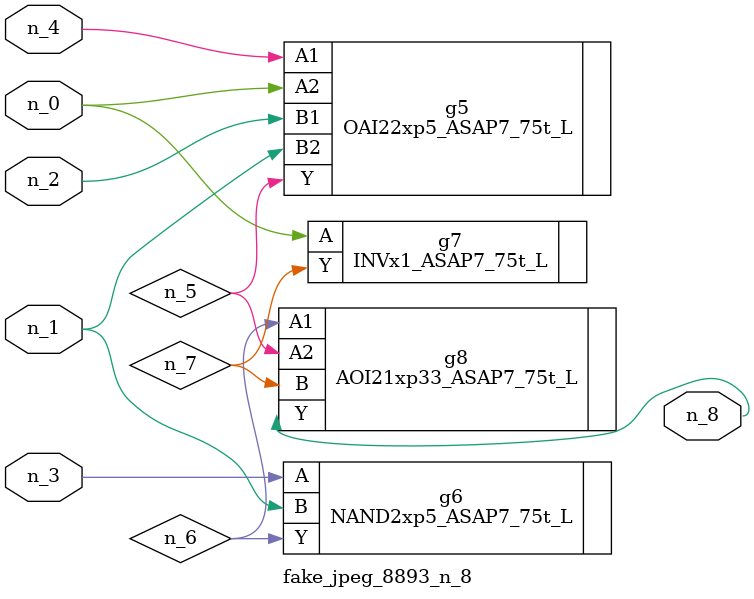
<source format=v>
module fake_jpeg_8893_n_8 (n_3, n_2, n_1, n_0, n_4, n_8);

input n_3;
input n_2;
input n_1;
input n_0;
input n_4;

output n_8;

wire n_6;
wire n_5;
wire n_7;

OAI22xp5_ASAP7_75t_L g5 ( 
.A1(n_4),
.A2(n_0),
.B1(n_2),
.B2(n_1),
.Y(n_5)
);

NAND2xp5_ASAP7_75t_L g6 ( 
.A(n_3),
.B(n_1),
.Y(n_6)
);

INVx1_ASAP7_75t_L g7 ( 
.A(n_0),
.Y(n_7)
);

AOI21xp33_ASAP7_75t_L g8 ( 
.A1(n_6),
.A2(n_5),
.B(n_7),
.Y(n_8)
);


endmodule
</source>
